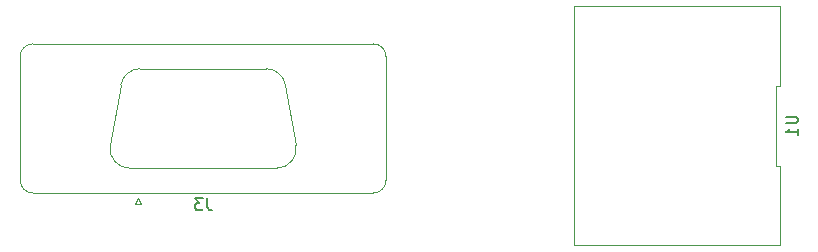
<source format=gbr>
G04 #@! TF.GenerationSoftware,KiCad,Pcbnew,(5.1.5-0)*
G04 #@! TF.CreationDate,2020-12-28T17:14:56-07:00*
G04 #@! TF.ProjectId,back_v2,6261636b-5f76-4322-9e6b-696361645f70,rev?*
G04 #@! TF.SameCoordinates,Original*
G04 #@! TF.FileFunction,Legend,Bot*
G04 #@! TF.FilePolarity,Positive*
%FSLAX46Y46*%
G04 Gerber Fmt 4.6, Leading zero omitted, Abs format (unit mm)*
G04 Created by KiCad (PCBNEW (5.1.5-0)) date 2020-12-28 17:14:56*
%MOMM*%
%LPD*%
G04 APERTURE LIST*
%ADD10C,0.120000*%
%ADD11C,0.150000*%
G04 APERTURE END LIST*
D10*
X173420000Y-114573333D02*
X173420000Y-121320000D01*
X173060000Y-114573333D02*
X173420000Y-114573333D01*
X173060000Y-107826667D02*
X173060000Y-114573333D01*
X173420000Y-107826667D02*
X173060000Y-107826667D01*
X173420000Y-101080000D02*
X173420000Y-107826667D01*
X155980000Y-101080000D02*
X173420000Y-101080000D01*
X155980000Y-121320000D02*
X155980000Y-101080000D01*
X173420000Y-121320000D02*
X155980000Y-121320000D01*
X116673530Y-112841744D02*
X117572798Y-107741744D01*
X132406470Y-112841744D02*
X131507202Y-107741744D01*
X119207579Y-106370000D02*
X129872421Y-106370000D01*
X118308311Y-114790000D02*
X130771689Y-114790000D01*
X119000000Y-117351325D02*
X118750000Y-117784338D01*
X119250000Y-117784338D02*
X119000000Y-117351325D01*
X118750000Y-117784338D02*
X119250000Y-117784338D01*
X109055000Y-105330000D02*
X109055000Y-115830000D01*
X138965000Y-104270000D02*
X110115000Y-104270000D01*
X140025000Y-115830000D02*
X140025000Y-105330000D01*
X110115000Y-116890000D02*
X138965000Y-116890000D01*
X131507202Y-107741744D02*
G75*
G03X129872421Y-106370000I-1634781J-288256D01*
G01*
X117572798Y-107741744D02*
G75*
G02X119207579Y-106370000I1634781J-288256D01*
G01*
X132406470Y-112841744D02*
G75*
G02X130771689Y-114790000I-1634781J-288256D01*
G01*
X116673530Y-112841744D02*
G75*
G03X118308311Y-114790000I1634781J-288256D01*
G01*
X138965000Y-104270000D02*
G75*
G02X140025000Y-105330000I0J-1060000D01*
G01*
X110115000Y-104270000D02*
G75*
G03X109055000Y-105330000I0J-1060000D01*
G01*
X140025000Y-115830000D02*
G75*
G02X138965000Y-116890000I-1060000J0D01*
G01*
X110115000Y-116890000D02*
G75*
G02X109055000Y-115830000I0J1060000D01*
G01*
D11*
X173872380Y-110438095D02*
X174681904Y-110438095D01*
X174777142Y-110485714D01*
X174824761Y-110533333D01*
X174872380Y-110628571D01*
X174872380Y-110819047D01*
X174824761Y-110914285D01*
X174777142Y-110961904D01*
X174681904Y-111009523D01*
X173872380Y-111009523D01*
X174872380Y-112009523D02*
X174872380Y-111438095D01*
X174872380Y-111723809D02*
X173872380Y-111723809D01*
X174015238Y-111628571D01*
X174110476Y-111533333D01*
X174158095Y-111438095D01*
X124873333Y-117342380D02*
X124873333Y-118056666D01*
X124920952Y-118199523D01*
X125016190Y-118294761D01*
X125159047Y-118342380D01*
X125254285Y-118342380D01*
X124492380Y-117342380D02*
X123873333Y-117342380D01*
X124206666Y-117723333D01*
X124063809Y-117723333D01*
X123968571Y-117770952D01*
X123920952Y-117818571D01*
X123873333Y-117913809D01*
X123873333Y-118151904D01*
X123920952Y-118247142D01*
X123968571Y-118294761D01*
X124063809Y-118342380D01*
X124349523Y-118342380D01*
X124444761Y-118294761D01*
X124492380Y-118247142D01*
M02*

</source>
